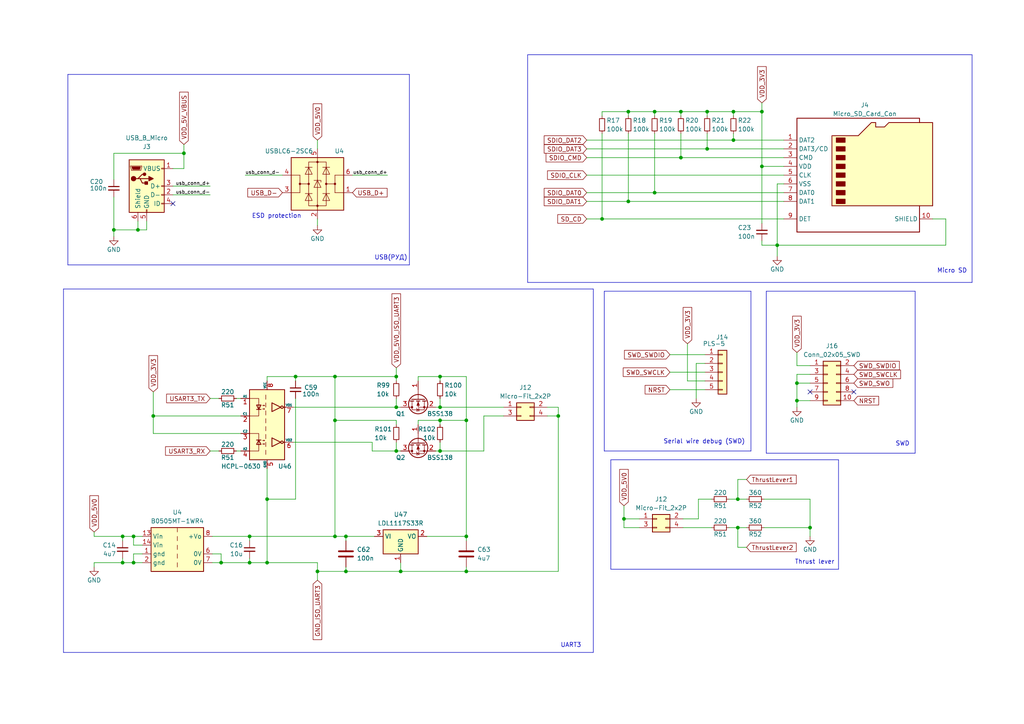
<source format=kicad_sch>
(kicad_sch (version 20230121) (generator eeschema)
  (paper "A4")
  (lib_symbols
    (symbol "Connector:Micro_SD_Card_Det1"
      (property "Reference" "J" (at -16.51 17.78 0))
      (property "Value" "Micro_SD_Card_Det1" (at 16.51 17.78 0))
      (symbol "Micro_SD_Card_Det1_1_1"
        (pin bidirectional line (at -22.86 10.16 0) (length 3.81) (name "DAT2") (number "1"))
        (pin passive line (at 20.32 -12.7 180) (length 3.81) (name "SHIELD") (number "10"))
        (pin bidirectional line (at -22.86 7.62 0) (length 3.81) (name "DAT3/CD") (number "2"))
        (pin input line (at -22.86 5.08 0) (length 3.81) (name "CMD") (number "3"))
        (pin power_in line (at -22.86 2.54 0) (length 3.81) (name "VDD") (number "4"))
        (pin input line (at -22.86 0 0) (length 3.81) (name "CLK") (number "5"))
        (pin power_in line (at -22.86 -2.54 0) (length 3.81) (name "VSS") (number "6"))
        (pin bidirectional line (at -22.86 -5.08 0) (length 3.81) (name "DAT0") (number "7"))
        (pin bidirectional line (at -22.86 -7.62 0) (length 3.81) (name "DAT1") (number "8"))
        (pin passive line (at -22.86 -12.7 0) (length 3.81) (name "DET") (number "9"))
      )
    )
    (symbol "Connector:USB_B_Micro" (pin_names (offset 1.016))
      (property "Reference" "J" (at -5.08 11.43 0))
      (property "Value" "USB_B_Micro" (at -5.08 8.89 0))
      (symbol "USB_B_Micro_1_1"
        (pin power_out line (at 7.62 5.08 180) (length 2.54) (name "VBUS") (number "1"))
        (pin bidirectional line (at 7.62 -2.54 180) (length 2.54) (name "D-") (number "2"))
        (pin bidirectional line (at 7.62 0 180) (length 2.54) (name "D+") (number "3"))
        (pin passive line (at 7.62 -5.08 180) (length 2.54) (name "ID") (number "4"))
        (pin power_out line (at 0 -10.16 90) (length 2.54) (name "GND") (number "5"))
        (pin passive line (at -2.54 -10.16 90) (length 2.54) (name "Shield") (number "6"))
      )
    )
    (symbol "Connector_Generic:Conn_01x05" (pin_names (offset 1.016) hide)
      (property "Reference" "J" (at 0 7.62 0))
      (property "Value" "Conn_01x05" (at 0 -7.62 0))
      (symbol "Conn_01x05_1_1"
        (pin passive line (at -5.08 5.08 0) (length 3.81) (name "Pin_1") (number "1"))
        (pin passive line (at -5.08 2.54 0) (length 3.81) (name "Pin_2") (number "2"))
        (pin passive line (at -5.08 0 0) (length 3.81) (name "Pin_3") (number "3"))
        (pin passive line (at -5.08 -2.54 0) (length 3.81) (name "Pin_4") (number "4"))
        (pin passive line (at -5.08 -5.08 0) (length 3.81) (name "Pin_5") (number "5"))
      )
    )
    (symbol "Connector_Generic:Conn_02x02_Odd_Even" (pin_names (offset 1.016) hide)
      (property "Reference" "J" (at 1.27 2.54 0))
      (property "Value" "Conn_02x02_Odd_Even" (at 1.27 -5.08 0))
      (symbol "Conn_02x02_Odd_Even_1_1"
        (pin passive line (at -5.08 0 0) (length 3.81) (name "Pin_1") (number "1"))
        (pin passive line (at 7.62 0 180) (length 3.81) (name "Pin_2") (number "2"))
        (pin passive line (at -5.08 -2.54 0) (length 3.81) (name "Pin_3") (number "3"))
        (pin passive line (at 7.62 -2.54 180) (length 3.81) (name "Pin_4") (number "4"))
      )
    )
    (symbol "Connector_Generic:Conn_02x05_Odd_Even" (pin_names (offset 1.016) hide)
      (property "Reference" "J" (at 1.27 7.62 0))
      (property "Value" "Conn_02x05_Odd_Even" (at 1.27 -7.62 0))
      (symbol "Conn_02x05_Odd_Even_1_1"
        (pin passive line (at -5.08 5.08 0) (length 3.81) (name "Pin_1") (number "1"))
        (pin passive line (at 7.62 -5.08 180) (length 3.81) (name "Pin_10") (number "10"))
        (pin passive line (at 7.62 5.08 180) (length 3.81) (name "Pin_2") (number "2"))
        (pin passive line (at -5.08 2.54 0) (length 3.81) (name "Pin_3") (number "3"))
        (pin passive line (at 7.62 2.54 180) (length 3.81) (name "Pin_4") (number "4"))
        (pin passive line (at -5.08 0 0) (length 3.81) (name "Pin_5") (number "5"))
        (pin passive line (at 7.62 0 180) (length 3.81) (name "Pin_6") (number "6"))
        (pin passive line (at -5.08 -2.54 0) (length 3.81) (name "Pin_7") (number "7"))
        (pin passive line (at 7.62 -2.54 180) (length 3.81) (name "Pin_8") (number "8"))
        (pin passive line (at -5.08 -5.08 0) (length 3.81) (name "Pin_9") (number "9"))
      )
    )
    (symbol "Device:C" (pin_numbers hide) (pin_names (offset 0.254))
      (property "Reference" "C" (at 0.635 2.54 0))
      (property "Value" "C" (at 0.635 -2.54 0))
      (symbol "C_1_1"
        (pin passive line (at 0 3.81 270) (length 2.794) (name "~") (number "1"))
        (pin passive line (at 0 -3.81 90) (length 2.794) (name "~") (number "2"))
      )
    )
    (symbol "Device:C_Small" (pin_numbers hide) (pin_names (offset 0.254) hide)
      (property "Reference" "C" (at 0.254 1.778 0))
      (property "Value" "C_Small" (at 0.254 -2.032 0))
      (symbol "C_Small_1_1"
        (pin passive line (at 0 2.54 270) (length 2.032) (name "~") (number "1"))
        (pin passive line (at 0 -2.54 90) (length 2.032) (name "~") (number "2"))
      )
    )
    (symbol "Device:R_Small" (pin_numbers hide) (pin_names (offset 0.254) hide)
      (property "Reference" "R" (at 0.762 0.508 0))
      (property "Value" "R_Small" (at 0.762 -1.016 0))
      (symbol "R_Small_1_1"
        (pin passive line (at 0 2.54 270) (length 0.762) (name "~") (number "1"))
        (pin passive line (at 0 -2.54 90) (length 0.762) (name "~") (number "2"))
      )
    )
    (symbol "ISO1050DUB_1"
      (property "Reference" "U4" (at 0 9.525 0))
      (property "Value" "ISO1050DUB" (at 0 6.985 0))
      (symbol "ISO1050DUB_1_1_1"
        (pin input line (at -10.16 -2.54 0) (length 2.54) (name "gnd") (number "1"))
        (pin power_in line (at -10.16 2.54 0) (length 2.54) (name "Vin") (number "13"))
        (pin output line (at -10.16 0 0) (length 2.54) (name "Vin") (number "14"))
        (pin power_in line (at -10.16 -5.08 0) (length 2.54) (name "gnd") (number "2"))
        (pin power_in line (at 10.16 -2.54 180) (length 2.54) (name "0V") (number "6"))
        (pin power_in line (at 10.16 -5.08 180) (length 2.54) (name "0V") (number "7"))
        (pin bidirectional line (at 10.16 2.54 180) (length 2.54) (name "+Vo") (number "8"))
      )
    )
    (symbol "Isolator:HCPL-0630" (pin_names (offset 0))
      (property "Reference" "U" (at -4.064 11.43 0))
      (property "Value" "HCPL-0630" (at 7.874 11.43 0))
      (symbol "HCPL-0630_1_1"
        (pin passive line (at -7.62 7.62 0) (length 2.54) (name "A1") (number "1"))
        (pin passive line (at -7.62 2.54 0) (length 2.54) (name "C1") (number "2"))
        (pin passive line (at -7.62 -2.54 0) (length 2.54) (name "C2") (number "3"))
        (pin passive line (at -7.62 -7.62 0) (length 2.54) (name "A2") (number "4"))
        (pin power_in line (at 0 -12.7 90) (length 2.54) (name "GND") (number "5"))
        (pin open_collector line (at 7.62 -5.08 180) (length 2.54) (name "VO2") (number "6"))
        (pin open_collector line (at 7.62 5.08 180) (length 2.54) (name "VO1") (number "7"))
        (pin power_in line (at 0 12.7 270) (length 2.54) (name "VCC") (number "8"))
      )
    )
    (symbol "Power_Protection:USBLC6-2SC6" (pin_names hide)
      (property "Reference" "U" (at 2.54 8.89 0))
      (property "Value" "USBLC6-2SC6" (at 2.54 -8.89 0))
      (symbol "USBLC6-2SC6_1_1"
        (pin passive line (at -10.16 -2.54 0) (length 2.54) (name "I/O1") (number "1"))
        (pin passive line (at 0 -10.16 90) (length 2.54) (name "GND") (number "2"))
        (pin passive line (at 10.16 -2.54 180) (length 2.54) (name "I/O2") (number "3"))
        (pin passive line (at 10.16 2.54 180) (length 2.54) (name "I/O2") (number "4"))
        (pin passive line (at 0 10.16 270) (length 2.54) (name "VBUS") (number "5"))
        (pin passive line (at -10.16 2.54 0) (length 2.54) (name "I/O1") (number "6"))
      )
    )
    (symbol "Regulator_Linear:LD1117S33TR_SOT223"
      (property "Reference" "U" (at -3.81 3.175 0))
      (property "Value" "LD1117S33TR_SOT223" (at 0 3.175 0))
      (symbol "LD1117S33TR_SOT223_1_1"
        (pin power_in line (at 0 -7.62 90) (length 2.54) (name "GND") (number "1"))
        (pin power_out line (at 7.62 0 180) (length 2.54) (name "VO") (number "2"))
        (pin power_in line (at -7.62 0 0) (length 2.54) (name "VI") (number "3"))
      )
    )
    (symbol "Transistor_FET:BSS138" (pin_names hide)
      (property "Reference" "Q" (at 5.08 1.905 0))
      (property "Value" "BSS138" (at 5.08 0 0))
      (symbol "BSS138_1_1"
        (pin input line (at -5.08 0 0) (length 2.54) (name "G") (number "1"))
        (pin passive line (at 2.54 -5.08 90) (length 2.54) (name "S") (number "2"))
        (pin passive line (at 2.54 5.08 270) (length 2.54) (name "D") (number "3"))
      )
    )
    (symbol "power:GND" (power) (pin_names (offset 0))
      (property "Value" "GND" (at 0 -3.81 0))
      (symbol "GND_1_1"
        (pin power_in line (at 0 0 270) (length 0) hide (name "GND") (number "1"))
      )
    )
  )
  (junction (at 135.255 165.735))
  (junction (at 53.34 44.45))
  (junction (at 205.105 43.18))
  (junction (at 220.98 48.26))
  (junction (at 92.075 165.735))
  (junction (at 212.725 32.385))
  (junction (at 35.56 163.195))
  (junction (at 38.735 155.575))
  (junction (at 127.635 121.92))
  (junction (at 114.935 109.22))
  (junction (at 225.425 71.12))
  (junction (at 197.485 32.385))
  (junction (at 174.625 63.5))
  (junction (at 189.865 32.385))
  (junction (at 116.205 165.735))
  (junction (at 97.155 155.575))
  (junction (at 180.975 150.495))
  (junction (at 100.33 155.575))
  (junction (at 127.635 118.11))
  (junction (at 231.14 111.125))
  (junction (at 234.95 153.035))
  (junction (at 135.255 121.92))
  (junction (at 100.33 165.735))
  (junction (at 182.245 58.42))
  (junction (at 213.995 144.78))
  (junction (at 97.155 109.22))
  (junction (at 189.865 55.88))
  (junction (at 127.635 130.81))
  (junction (at 40.005 66.675))
  (junction (at 72.39 155.575))
  (junction (at 231.14 116.205))
  (junction (at 77.47 144.78))
  (junction (at 213.995 153.035))
  (junction (at 205.105 32.385))
  (junction (at 38.735 163.195))
  (junction (at 64.135 163.195))
  (junction (at 135.255 155.575))
  (junction (at 44.45 120.65))
  (junction (at 72.39 163.195))
  (junction (at 35.56 155.575))
  (junction (at 114.935 130.81))
  (junction (at 212.725 40.64))
  (junction (at 182.245 32.385))
  (junction (at 85.725 109.22))
  (junction (at 33.02 66.675))
  (junction (at 114.935 118.11))
  (junction (at 97.155 121.92))
  (junction (at 161.925 120.65))
  (junction (at 127.635 109.22))
  (junction (at 197.485 45.72))
  (junction (at 77.47 163.195))
  (junction (at 220.98 32.385))
  (no_connect (at 234.95 113.665))
  (no_connect (at 50.165 59.055))
  (no_connect (at 247.65 113.665))
  (wire (pts (xy 69.85 125.73) (xy 44.45 125.73)))
  (wire (pts (xy 189.865 55.88) (xy 227.33 55.88)))
  (polyline (pts (xy 243.205 165.1) (xy 177.165 165.1)))
  (polyline (pts (xy 222.25 84.455) (xy 222.25 131.445)))
  (polyline (pts (xy 222.25 84.455) (xy 265.43 84.455)))
  (wire (pts (xy 92.075 40.64) (xy 92.075 43.18)))
  (wire (pts (xy 199.39 99.695) (xy 199.39 110.49)))
  (wire (pts (xy 231.14 102.235) (xy 231.14 106.045)))
  (wire (pts (xy 174.625 63.5) (xy 227.33 63.5)))
  (wire (pts (xy 234.95 153.035) (xy 234.95 155.575)))
  (wire (pts (xy 212.725 38.735) (xy 212.725 40.64)))
  (wire (pts (xy 225.425 71.12) (xy 274.32 71.12)))
  (wire (pts (xy 53.34 41.91) (xy 53.34 44.45)))
  (wire (pts (xy 220.98 29.845) (xy 220.98 32.385)))
  (wire (pts (xy 182.245 32.385) (xy 182.245 33.655)))
  (wire (pts (xy 53.34 48.895) (xy 53.34 44.45)))
  (wire (pts (xy 77.47 163.195) (xy 77.47 144.78)))
  (wire (pts (xy 97.155 109.22) (xy 114.935 109.22)))
  (wire (pts (xy 189.865 32.385) (xy 182.245 32.385)))
  (wire (pts (xy 50.165 48.895) (xy 53.34 48.895)))
  (wire (pts (xy 81.915 50.8) (xy 71.12 50.8)))
  (wire (pts (xy 85.725 115.57) (xy 85.725 144.78)))
  (wire (pts (xy 35.56 155.575) (xy 35.56 156.845)))
  (polyline (pts (xy 175.26 130.81) (xy 217.805 130.81)))
  (wire (pts (xy 213.995 158.75) (xy 216.535 158.75)))
  (wire (pts (xy 41.275 160.655) (xy 38.735 160.655)))
  (wire (pts (xy 33.02 66.675) (xy 40.005 66.675)))
  (wire (pts (xy 112.395 50.8) (xy 102.235 50.8)))
  (wire (pts (xy 225.425 71.12) (xy 225.425 74.295)))
  (wire (pts (xy 116.205 165.735) (xy 116.205 163.195)))
  (wire (pts (xy 33.02 66.675) (xy 33.02 68.58)))
  (wire (pts (xy 197.485 38.735) (xy 197.485 45.72)))
  (wire (pts (xy 197.485 32.385) (xy 197.485 33.655)))
  (wire (pts (xy 44.45 125.73) (xy 44.45 120.65)))
  (wire (pts (xy 170.18 40.64) (xy 212.725 40.64)))
  (wire (pts (xy 213.995 144.78) (xy 213.995 139.065)))
  (wire (pts (xy 231.14 116.205) (xy 234.95 116.205)))
  (wire (pts (xy 231.14 111.125) (xy 234.95 111.125)))
  (wire (pts (xy 205.105 38.735) (xy 205.105 43.18)))
  (wire (pts (xy 231.14 111.125) (xy 231.14 116.205)))
  (wire (pts (xy 68.58 130.81) (xy 69.85 130.81)))
  (wire (pts (xy 97.155 155.575) (xy 97.155 121.92)))
  (wire (pts (xy 202.565 144.78) (xy 202.565 150.495)))
  (wire (pts (xy 114.935 130.81) (xy 114.935 128.27)))
  (wire (pts (xy 220.98 32.385) (xy 220.98 48.26)))
  (wire (pts (xy 40.005 64.135) (xy 40.005 66.675)))
  (wire (pts (xy 41.275 158.115) (xy 38.735 158.115)))
  (polyline (pts (xy 18.415 189.23) (xy 172.085 189.23)))
  (wire (pts (xy 33.02 44.45) (xy 33.02 52.07)))
  (polyline (pts (xy 153.035 15.875) (xy 153.035 81.915)))
  (wire (pts (xy 64.135 160.655) (xy 64.135 163.195)))
  (wire (pts (xy 114.935 118.11) (xy 114.935 115.57)))
  (wire (pts (xy 197.485 45.72) (xy 227.33 45.72)))
  (polyline (pts (xy 265.43 84.455) (xy 265.43 131.445)))
  (polyline (pts (xy 18.415 189.23) (xy 18.415 83.82)))
  (wire (pts (xy 135.255 109.22) (xy 135.255 121.92)))
  (wire (pts (xy 194.31 113.03) (xy 204.47 113.03)))
  (polyline (pts (xy 118.745 21.59) (xy 118.745 76.835)))
  (wire (pts (xy 170.18 45.72) (xy 197.485 45.72)))
  (wire (pts (xy 221.615 144.78) (xy 234.95 144.78)))
  (wire (pts (xy 72.39 161.925) (xy 72.39 163.195)))
  (wire (pts (xy 85.725 144.78) (xy 77.47 144.78)))
  (wire (pts (xy 135.255 121.92) (xy 135.255 155.575)))
  (wire (pts (xy 127.635 118.11) (xy 146.05 118.11)))
  (wire (pts (xy 182.245 32.385) (xy 174.625 32.385)))
  (wire (pts (xy 225.425 71.12) (xy 220.98 71.12)))
  (polyline (pts (xy 265.43 131.445) (xy 222.25 131.445)))
  (wire (pts (xy 127.635 109.22) (xy 135.255 109.22)))
  (wire (pts (xy 121.285 109.22) (xy 127.635 109.22)))
  (wire (pts (xy 274.32 71.12) (xy 274.32 63.5)))
  (wire (pts (xy 72.39 155.575) (xy 61.595 155.575)))
  (wire (pts (xy 234.95 108.585) (xy 231.14 108.585)))
  (wire (pts (xy 220.98 32.385) (xy 212.725 32.385)))
  (wire (pts (xy 170.18 58.42) (xy 182.245 58.42)))
  (wire (pts (xy 180.975 153.035) (xy 185.42 153.035)))
  (wire (pts (xy 202.565 144.78) (xy 206.375 144.78)))
  (wire (pts (xy 199.39 110.49) (xy 204.47 110.49)))
  (wire (pts (xy 170.18 63.5) (xy 174.625 63.5)))
  (wire (pts (xy 35.56 155.575) (xy 27.305 155.575)))
  (wire (pts (xy 140.335 120.65) (xy 140.335 130.81)))
  (wire (pts (xy 100.33 165.735) (xy 116.205 165.735)))
  (wire (pts (xy 38.735 158.115) (xy 38.735 155.575)))
  (wire (pts (xy 180.975 146.685) (xy 180.975 150.495)))
  (wire (pts (xy 231.14 106.045) (xy 234.95 106.045)))
  (wire (pts (xy 114.935 110.49) (xy 114.935 109.22)))
  (wire (pts (xy 27.305 163.195) (xy 27.305 164.465)))
  (wire (pts (xy 221.615 153.035) (xy 234.95 153.035)))
  (polyline (pts (xy 281.94 15.875) (xy 153.035 15.875)))
  (wire (pts (xy 40.005 66.675) (xy 42.545 66.675)))
  (wire (pts (xy 97.155 155.575) (xy 100.33 155.575)))
  (wire (pts (xy 27.305 154.305) (xy 27.305 155.575)))
  (wire (pts (xy 170.18 43.18) (xy 205.105 43.18)))
  (wire (pts (xy 127.635 118.11) (xy 127.635 115.57)))
  (wire (pts (xy 85.09 128.27) (xy 107.95 128.27)))
  (wire (pts (xy 121.285 123.19) (xy 121.285 121.92)))
  (wire (pts (xy 92.075 165.735) (xy 100.33 165.735)))
  (wire (pts (xy 69.85 120.65) (xy 44.45 120.65)))
  (wire (pts (xy 170.18 55.88) (xy 189.865 55.88)))
  (wire (pts (xy 77.47 144.78) (xy 77.47 135.89)))
  (wire (pts (xy 225.425 53.34) (xy 225.425 71.12)))
  (polyline (pts (xy 19.685 76.835) (xy 118.745 76.835)))
  (wire (pts (xy 116.205 118.11) (xy 114.935 118.11)))
  (wire (pts (xy 158.75 120.65) (xy 161.925 120.65)))
  (wire (pts (xy 174.625 32.385) (xy 174.625 33.655)))
  (wire (pts (xy 38.735 160.655) (xy 38.735 163.195)))
  (wire (pts (xy 204.47 105.41) (xy 201.93 105.41)))
  (wire (pts (xy 100.33 155.575) (xy 108.585 155.575)))
  (wire (pts (xy 44.45 113.665) (xy 44.45 120.65)))
  (polyline (pts (xy 243.205 133.35) (xy 243.205 165.1)))
  (polyline (pts (xy 175.26 130.81) (xy 175.26 84.455)))
  (wire (pts (xy 135.255 164.465) (xy 135.255 165.735)))
  (polyline (pts (xy 153.035 81.915) (xy 281.94 81.915)))
  (wire (pts (xy 127.635 109.22) (xy 127.635 110.49)))
  (wire (pts (xy 161.925 165.735) (xy 135.255 165.735)))
  (wire (pts (xy 77.47 110.49) (xy 77.47 109.22)))
  (wire (pts (xy 227.33 48.26) (xy 220.98 48.26)))
  (wire (pts (xy 85.09 118.11) (xy 114.935 118.11)))
  (wire (pts (xy 158.75 118.11) (xy 161.925 118.11)))
  (polyline (pts (xy 19.685 21.59) (xy 118.745 21.59)))
  (wire (pts (xy 205.105 43.18) (xy 227.33 43.18)))
  (wire (pts (xy 180.975 150.495) (xy 185.42 150.495)))
  (wire (pts (xy 72.39 163.195) (xy 64.135 163.195)))
  (wire (pts (xy 135.255 155.575) (xy 135.255 156.845)))
  (wire (pts (xy 85.725 109.22) (xy 85.725 110.49)))
  (wire (pts (xy 213.995 153.035) (xy 213.995 158.75)))
  (wire (pts (xy 180.975 150.495) (xy 180.975 153.035)))
  (wire (pts (xy 50.165 53.975) (xy 60.96 53.975)))
  (wire (pts (xy 116.205 165.735) (xy 135.255 165.735)))
  (wire (pts (xy 77.47 163.195) (xy 92.075 163.195)))
  (wire (pts (xy 189.865 32.385) (xy 189.865 33.655)))
  (polyline (pts (xy 177.165 133.35) (xy 177.165 165.1)))
  (wire (pts (xy 72.39 155.575) (xy 97.155 155.575)))
  (wire (pts (xy 100.33 155.575) (xy 100.33 156.845)))
  (wire (pts (xy 213.995 153.035) (xy 216.535 153.035)))
  (wire (pts (xy 107.95 130.81) (xy 114.935 130.81)))
  (wire (pts (xy 121.285 121.92) (xy 127.635 121.92)))
  (wire (pts (xy 231.14 116.205) (xy 231.14 118.11)))
  (wire (pts (xy 127.635 121.92) (xy 127.635 123.19)))
  (wire (pts (xy 182.245 38.735) (xy 182.245 58.42)))
  (wire (pts (xy 53.34 44.45) (xy 33.02 44.45)))
  (polyline (pts (xy 175.26 84.455) (xy 217.805 84.455)))
  (wire (pts (xy 225.425 53.34) (xy 227.33 53.34)))
  (wire (pts (xy 116.205 130.81) (xy 114.935 130.81)))
  (polyline (pts (xy 217.805 84.455) (xy 217.805 130.81)))
  (wire (pts (xy 92.075 163.195) (xy 92.075 165.735)))
  (wire (pts (xy 182.245 58.42) (xy 227.33 58.42)))
  (wire (pts (xy 212.725 32.385) (xy 205.105 32.385)))
  (wire (pts (xy 212.725 40.64) (xy 227.33 40.64)))
  (wire (pts (xy 92.075 63.5) (xy 92.075 65.405)))
  (wire (pts (xy 127.635 130.81) (xy 127.635 128.27)))
  (wire (pts (xy 174.625 38.735) (xy 174.625 63.5)))
  (wire (pts (xy 92.075 165.735) (xy 92.075 168.275)))
  (wire (pts (xy 50.165 56.515) (xy 60.96 56.515)))
  (wire (pts (xy 41.275 163.195) (xy 38.735 163.195)))
  (wire (pts (xy 64.135 163.195) (xy 61.595 163.195)))
  (wire (pts (xy 161.925 120.65) (xy 161.925 165.735)))
  (wire (pts (xy 127.635 121.92) (xy 135.255 121.92)))
  (wire (pts (xy 274.32 63.5) (xy 270.51 63.5)))
  (wire (pts (xy 121.285 110.49) (xy 121.285 109.22)))
  (wire (pts (xy 194.31 107.95) (xy 204.47 107.95)))
  (wire (pts (xy 231.14 108.585) (xy 231.14 111.125)))
  (wire (pts (xy 35.56 163.195) (xy 27.305 163.195)))
  (wire (pts (xy 42.545 64.135) (xy 42.545 66.675)))
  (polyline (pts (xy 281.94 81.915) (xy 281.94 15.875)))
  (wire (pts (xy 38.735 163.195) (xy 35.56 163.195)))
  (wire (pts (xy 72.39 163.195) (xy 77.47 163.195)))
  (polyline (pts (xy 18.415 83.82) (xy 172.085 83.82)))
  (wire (pts (xy 123.825 155.575) (xy 135.255 155.575)))
  (wire (pts (xy 234.95 144.78) (xy 234.95 153.035)))
  (wire (pts (xy 170.18 50.8) (xy 227.33 50.8)))
  (wire (pts (xy 201.93 105.41) (xy 201.93 115.57)))
  (wire (pts (xy 68.58 115.57) (xy 69.85 115.57)))
  (wire (pts (xy 126.365 118.11) (xy 127.635 118.11)))
  (wire (pts (xy 220.98 71.12) (xy 220.98 69.85)))
  (wire (pts (xy 33.02 57.15) (xy 33.02 66.675)))
  (wire (pts (xy 194.31 102.87) (xy 204.47 102.87)))
  (wire (pts (xy 85.725 109.22) (xy 97.155 109.22)))
  (wire (pts (xy 127.635 130.81) (xy 140.335 130.81)))
  (wire (pts (xy 60.96 115.57) (xy 63.5 115.57)))
  (wire (pts (xy 146.05 120.65) (xy 140.335 120.65)))
  (wire (pts (xy 197.485 32.385) (xy 189.865 32.385)))
  (wire (pts (xy 35.56 161.925) (xy 35.56 163.195)))
  (wire (pts (xy 213.995 139.065) (xy 216.535 139.065)))
  (wire (pts (xy 60.96 130.81) (xy 63.5 130.81)))
  (wire (pts (xy 189.865 38.735) (xy 189.865 55.88)))
  (wire (pts (xy 211.455 153.035) (xy 213.995 153.035)))
  (wire (pts (xy 205.105 32.385) (xy 205.105 33.655)))
  (wire (pts (xy 114.935 123.19) (xy 114.935 121.92)))
  (wire (pts (xy 38.735 155.575) (xy 35.56 155.575)))
  (wire (pts (xy 61.595 160.655) (xy 64.135 160.655)))
  (wire (pts (xy 211.455 144.78) (xy 213.995 144.78)))
  (wire (pts (xy 220.98 48.26) (xy 220.98 64.77)))
  (wire (pts (xy 212.725 32.385) (xy 212.725 33.655)))
  (wire (pts (xy 97.155 121.92) (xy 114.935 121.92)))
  (polyline (pts (xy 19.685 76.835) (xy 19.685 21.59)))
  (wire (pts (xy 107.95 128.27) (xy 107.95 130.81)))
  (wire (pts (xy 202.565 150.495) (xy 198.12 150.495)))
  (polyline (pts (xy 177.165 133.35) (xy 243.205 133.35)))
  (wire (pts (xy 72.39 155.575) (xy 72.39 156.845)))
  (polyline (pts (xy 172.085 83.82) (xy 172.085 189.23)))
  (wire (pts (xy 77.47 109.22) (xy 85.725 109.22)))
  (wire (pts (xy 114.935 106.68) (xy 114.935 109.22)))
  (wire (pts (xy 126.365 130.81) (xy 127.635 130.81)))
  (wire (pts (xy 97.155 109.22) (xy 97.155 121.92)))
  (wire (pts (xy 213.995 144.78) (xy 216.535 144.78)))
  (wire (pts (xy 205.105 32.385) (xy 197.485 32.385)))
  (wire (pts (xy 100.33 164.465) (xy 100.33 165.735)))
  (wire (pts (xy 198.12 153.035) (xy 206.375 153.035)))
  (wire (pts (xy 41.275 155.575) (xy 38.735 155.575)))
  (wire (pts (xy 161.925 118.11) (xy 161.925 120.65)))
  (text "ESD protection" (at 73.025 63.5 0) (effects (font (size 1.27 1.27)) (justify left bottom)))
  (text "Micro SD" (at 271.78 79.375 0) (effects (font (size 1.27 1.27)) (justify left bottom)))
  (text "USB(РУД)" (at 108.585 75.565 0) (effects (font (size 1.27 1.27)) (justify left bottom)))
  (text "Thrust lever" (at 230.505 163.83 0) (effects (font (size 1.27 1.27)) (justify left bottom)))
  (text "UART3" (at 162.56 187.96 0) (effects (font (size 1.27 1.27)) (justify left bottom)))
  (text "SWD" (at 259.715 129.54 0) (effects (font (size 1.27 1.27)) (justify left bottom)))
  (text "Serial wire debug (SWD)" (at 192.405 128.905 0) (effects (font (size 1.27 1.27)) (justify left bottom)))
  (label "usb_conn_d-" (at 71.12 50.8 0) (effects (font (size 1 1))))
  (label "usb_conn_d+" (at 60.96 53.975 180) (effects (font (size 1 1))))
  (label "usb_conn_d-" (at 60.96 56.515 180) (effects (font (size 1 1))))
  (label "usb_conn_d+" (at 112.395 50.8 180) (effects (font (size 1 1))))
  (global_label "SWD_SWO" (shape input) (at 247.65 111.125 0) (property "Intersheetrefs" "${INTERSHEET_REFS}" (effects hide)))
  (global_label "SDIO_CLK" (shape input) (at 170.18 50.8 180) (property "Intersheetrefs" "${INTERSHEET_REFS}" (effects hide)))
  (global_label "SWD_SWCLK" (shape input) (at 247.65 108.585 0) (property "Intersheetrefs" "${INTERSHEET_REFS}" (effects hide)))
  (global_label "ThrustLever2" (shape input) (at 216.535 158.75 0) (property "Intersheetrefs" "${INTERSHEET_REFS}" (effects hide)))
  (global_label "GND_ISO_UART3" (shape input) (at 92.075 168.275 270) (property "Intersheetrefs" "${INTERSHEET_REFS}" (effects hide)))
  (global_label "USART3_RX" (shape input) (at 60.96 130.81 180) (property "Intersheetrefs" "${INTERSHEET_REFS}" (effects hide)))
  (global_label "VDD_5V0" (shape input) (at 27.305 154.305 90) (property "Intersheetrefs" "${INTERSHEET_REFS}" (effects hide)))
  (global_label "SDIO_CMD" (shape input) (at 170.18 45.72 180) (property "Intersheetrefs" "${INTERSHEET_REFS}" (effects hide)))
  (global_label "VDD_3V3" (shape input) (at 44.45 113.665 90) (property "Intersheetrefs" "${INTERSHEET_REFS}" (effects hide)))
  (global_label "SDIO_DAT2" (shape input) (at 170.18 40.64 180) (property "Intersheetrefs" "${INTERSHEET_REFS}" (effects hide)))
  (global_label "SDIO_DAT1" (shape input) (at 170.18 58.42 180) (property "Intersheetrefs" "${INTERSHEET_REFS}" (effects hide)))
  (global_label "SWD_SWCLK" (shape input) (at 194.31 107.95 180) (property "Intersheetrefs" "${INTERSHEET_REFS}" (effects hide)))
  (global_label "VDD_3V3" (shape input) (at 220.98 29.845 90) (property "Intersheetrefs" "${INTERSHEET_REFS}" (effects hide)))
  (global_label "NRST" (shape input) (at 247.65 116.205 0) (property "Intersheetrefs" "${INTERSHEET_REFS}" (effects hide)))
  (global_label "SD_CD" (shape input) (at 170.18 63.5 180) (property "Intersheetrefs" "${INTERSHEET_REFS}" (effects hide)))
  (global_label "VDD_3V3" (shape input) (at 231.14 102.235 90) (property "Intersheetrefs" "${INTERSHEET_REFS}" (effects hide)))
  (global_label "VDD_5V0_ISO_UART3" (shape input) (at 114.935 106.68 90) (property "Intersheetrefs" "${INTERSHEET_REFS}" (effects hide)))
  (global_label "USART3_TX" (shape input) (at 60.96 115.57 180) (property "Intersheetrefs" "${INTERSHEET_REFS}" (effects hide)))
  (global_label "SWD_SWDIO" (shape input) (at 247.65 106.045 0) (property "Intersheetrefs" "${INTERSHEET_REFS}" (effects hide)))
  (global_label "NRST" (shape input) (at 194.31 113.03 180) (property "Intersheetrefs" "${INTERSHEET_REFS}" (effects hide)))
  (global_label "USB_D-" (shape input) (at 81.915 55.88 180) (property "Intersheetrefs" "${INTERSHEET_REFS}" (effects hide)))
  (global_label "ThrustLever1" (shape input) (at 216.535 139.065 0) (property "Intersheetrefs" "${INTERSHEET_REFS}" (effects hide)))
  (global_label "SDIO_DAT3" (shape input) (at 170.18 43.18 180) (property "Intersheetrefs" "${INTERSHEET_REFS}" (effects hide)))
  (global_label "VDD_5V0" (shape input) (at 180.975 146.685 90) (property "Intersheetrefs" "${INTERSHEET_REFS}" (effects hide)))
  (global_label "SWD_SWDIO" (shape input) (at 194.31 102.87 180) (property "Intersheetrefs" "${INTERSHEET_REFS}" (effects hide)))
  (global_label "VDD_5V0" (shape input) (at 92.075 40.64 90) (property "Intersheetrefs" "${INTERSHEET_REFS}" (effects hide)))
  (global_label "SDIO_DAT0" (shape input) (at 170.18 55.88 180) (property "Intersheetrefs" "${INTERSHEET_REFS}" (effects hide)))
  (global_label "VDD_5V_VBUS" (shape input) (at 53.34 41.91 90) (property "Intersheetrefs" "${INTERSHEET_REFS}" (effects hide)))
  (global_label "USB_D+" (shape input) (at 102.235 55.88 0) (property "Intersheetrefs" "${INTERSHEET_REFS}" (effects hide)))
  (global_label "VDD_3V3" (shape input) (at 199.39 99.695 90) (property "Intersheetrefs" "${INTERSHEET_REFS}" (effects hide)))
  (symbol (lib_id "Device:C") (at 100.33 160.655 0) (unit 1)
    (property "Reference" "C62" (at 103.505 159.385 0) (effects (justify left)))
    (property "Value" "100n" (at 103.505 161.925 0) (effects (justify left)))
    (property "Footprint" "Capacitor_SMD:C_0805_2012Metric" (effects hide))
    (property "Ссылка" "https://www.chipdip.ru/product/grm21br71h104k" (effects hide))
    (property "Цена" "13" (effects hide))
    (property "Человекопонятное название" "Конденсатор 100нФ" (effects hide))
    (instances (project "impeller" (path "" (reference "C62") (unit 1)) (path "" (reference "C60") (unit 1))))
  )
  (symbol (lib_id "Device:R_Small") (at 66.04 130.81 90) (unit 1)
    (property "Reference" "R51" (at 66.04 132.715 90))
    (property "Value" "220" (at 66.04 128.905 90))
    (property "Footprint" "Resistor_SMD:R_0603_1608Metric" (effects hide))
    (property "Ссылка" "https://www.chipdip.ru/product/0.1w-0603-220-om-1" (effects hide))
    (property "Цена" "5" (effects hide))
    (property "Человекопонятное название" "Резистор 220 Ом" (effects hide))
    (instances (project "impeller" (path "" (reference "R51") (unit 1)) (path "" (reference "R98") (unit 1)) (path "" (reference "R96") (unit 1))))
  )
  (symbol (lib_id "Device:R_Small") (at 219.075 144.78 270) (unit 1)
    (property "Reference" "R52" (at 219.075 146.685 90))
    (property "Value" "360" (at 219.075 142.875 90))
    (property "Footprint" "Resistor_SMD:R_0603_1608Metric" (effects hide))
    (property "Ссылка" "https://www.chipdip.ru/product/0.1w-0603-360-om-1" (effects hide))
    (property "Цена" "5" (effects hide))
    (property "Человекопонятное название" "Резистор 360 Ом" (effects hide))
    (instances (project "impeller" (path "" (reference "R52") (unit 1)) (path "" (reference "R108") (unit 1))))
  )
  (symbol (lib_id "power:GND") (at 92.075 65.405 0) (unit 1)
    (property "Reference" "#PWR013" (effects hide))
    (property "Value" "GND" (at 92.075 69.215 0))
    (instances (project "impeller" (path "" (reference "#PWR013") (unit 1))) (project "impeller" (path "" (reference "#PWR018") (unit 1))) (project "connections" (path "" (reference "#PWR018") (unit 1))) (project "1.3" (path "" (reference "#PWR018") (unit 1))) (project "2.0" (path "" (reference "#PWR015") (unit 1))) (project "impeller" (path "" (reference "#PWR036") (unit 1))))
  )
  (symbol (lib_id "Isolator:HCPL-0630") (at 77.47 123.19 0) (unit 1)
    (property "Reference" "U46" (at 80.645 135.255 0) (effects (justify left)))
    (property "Value" "HCPL-0630" (at 64.135 135.255 0) (effects (justify left)))
    (property "Footprint" "Package_SO:SOIC-8_3.9x4.9mm_P1.27mm" (effects hide))
    (property "Datasheet" "https://docs.broadcom.com/docs/AV02-0940EN" (effects hide))
    (property "Человекопонятное название" "Оптопара двухканальная с логическими уровнями на выходе" (effects hide))
    (instances (project "impeller" (path "" (reference "U46") (unit 1)) (path "" (reference "U43") (unit 1))))
  )
  (symbol (lib_id "Device:R_Small") (at 197.485 36.195 0) (unit 1)
    (property "Reference" "R20" (at 198.755 34.925 0) (effects (justify left)))
    (property "Value" "100k" (at 198.755 37.465 0) (effects (justify left)))
    (property "Footprint" "Resistor_SMD:R_0603_1608Metric" (effects hide))
    (property "Ссылка" "https://www.chipdip.ru/product/0.1w-0603-100-kom-1" (effects hide))
    (property "Цена" "5" (effects hide))
    (property "Человекопонятное название" "Резистор 100k Ом" (effects hide))
    (instances (project "2.0" (path "" (reference "R20") (unit 1))) (project "impeller" (path "" (reference "R102") (unit 1))))
  )
  (symbol (lib_id "Device:C_Small") (at 72.39 159.385 0) (mirror y) (unit 1)
    (property "Reference" "C16" (at 70.485 158.115 0) (effects (justify left)))
    (property "Value" "10u" (at 70.485 160.655 0) (effects (justify left)))
    (property "Footprint" "Capacitor_SMD:C_0805_2012Metric" (effects hide))
    (property "Ссылка" "https://www.chipdip.ru/product/grm21br61e106ka73l" (effects hide))
    (property "Цена" "13" (effects hide))
    (property "Человекопонятное название" "Конденсатор 10мкФ" (effects hide))
    (instances (project "impeller" (path "" (reference "C16") (unit 1)) (path "" (reference "C12") (unit 1)) (path "" (reference "C26") (unit 1)) (path "" (reference "C54") (unit 1)) (path "" (reference "C59") (unit 1))))
  )
  (symbol (lib_id "power:GND") (at 201.93 115.57 0) (unit 1)
    (property "Reference" "#PWR08" (effects hide))
    (property "Value" "GND" (at 201.93 119.38 0))
    (instances (project "impeller" (path "" (reference "#PWR08") (unit 1))) (project "impeller" (path "" (reference "#PWR020") (unit 1))) (project "connections" (path "" (reference "#PWR027") (unit 1))) (project "2.0" (path "" (reference "#PWR027") (unit 1))) (project "impeller" (path "" (reference "#PWR035") (unit 1))))
  )
  (symbol (lib_id "Device:C") (at 135.255 160.655 0) (unit 1)
    (property "Reference" "C63" (at 138.43 159.385 0) (effects (justify left)))
    (property "Value" "4u7" (at 138.43 161.925 0) (effects (justify left)))
    (property "Footprint" "Capacitor_SMD:C_0805_2012Metric" (effects hide))
    (property "Ссылка" "https://www.chipdip.ru/product/grm21br61e475ka12l" (effects hide))
    (property "Цена" "13" (effects hide))
    (property "Человекопонятное название" "Конденсатор 4.7мкФ" (effects hide))
    (instances (project "impeller" (path "" (reference "C63") (unit 1)) (path "" (reference "C61") (unit 1))))
  )
  (symbol (lib_id "Device:R_Small") (at 212.725 36.195 0) (unit 1)
    (property "Reference" "R22" (at 213.995 34.925 0) (effects (justify left)))
    (property "Value" "100k" (at 213.995 37.465 0) (effects (justify left)))
    (property "Footprint" "Resistor_SMD:R_0603_1608Metric" (effects hide))
    (property "Ссылка" "https://www.chipdip.ru/product/0.1w-0603-100-kom-1" (effects hide))
    (property "Цена" "5" (effects hide))
    (property "Человекопонятное название" "Резистор 100k Ом" (effects hide))
    (instances (project "2.0" (path "" (reference "R22") (unit 1))) (project "impeller" (path "" (reference "R104") (unit 1))))
  )
  (symbol (lib_id "Connector_Generic:Conn_02x05_Odd_Even") (at 240.03 111.125 0) (unit 1)
    (property "Reference" "J16" (at 241.3 100.33 0))
    (property "Value" "Conn_02x05_SWD" (at 241.3 102.87 0))
    (property "Footprint" "Connector_PinHeader_1.27mm:PinHeader_2x05_P1.27mm_Vertical" (effects hide))
    (instances (project "2.0" (path "" (reference "J16") (unit 1))) (project "impeller" (path "" (reference "J2") (unit 1))))
  )
  (symbol (lib_id "Device:R_Small") (at 189.865 36.195 0) (unit 1)
    (property "Reference" "R19" (at 191.135 34.925 0) (effects (justify left)))
    (property "Value" "100k" (at 191.135 37.465 0) (effects (justify left)))
    (property "Footprint" "Resistor_SMD:R_0603_1608Metric" (effects hide))
    (property "Ссылка" "https://www.chipdip.ru/product/0.1w-0603-100-kom-1" (effects hide))
    (property "Цена" "5" (effects hide))
    (property "Человекопонятное название" "Резистор 100k Ом" (effects hide))
    (instances (project "2.0" (path "" (reference "R19") (unit 1))) (project "impeller" (path "" (reference "R101") (unit 1))))
  )
  (symbol (lib_id "Regulator_Linear:LD1117S33TR_SOT223") (at 116.205 155.575 0) (unit 1)
    (property "Reference" "U47" (at 116.205 149.225 0))
    (property "Value" "LDL1117S33R" (at 116.205 151.765 0))
    (property "Footprint" "Package_TO_SOT_SMD:SOT-223-3_TabPin2" (effects hide))
    (property "Datasheet" "http://www.st.com/st-web-ui/static/active/en/resource/technical/document/datasheet/CD00000544.pdf" (effects hide))
    (property "Ссылка" "https://www.chipdip.ru/product/ldl1117s33r-stm" (effects hide))
    (property "Цена" "33" (effects hide))
    (property "Человекопонятное название" "LDO-стабилизатор напряжения" (effects hide))
    (instances (project "impeller" (path "" (reference "U47") (unit 1)) (path "" (reference "U44") (unit 1))))
  )
  (symbol (lib_id "Device:R_Small") (at 127.635 125.73 0) (mirror y) (unit 1)
    (property "Reference" "R102" (at 126.365 124.46 0) (effects (justify left)))
    (property "Value" "10k" (at 126.365 127 0) (effects (justify left)))
    (property "Footprint" "Resistor_SMD:R_0805_2012Metric" (effects hide))
    (property "Ссылка" "https://www.chipdip.ru/product/0.125w-0805-10-kom-5" (effects hide))
    (property "Цена" "5" (effects hide))
    (property "Человекопонятное название" "Резистор 10k Ом" (effects hide))
    (instances (project "impeller" (path "" (reference "R102") (unit 1)) (path "" (reference "R95") (unit 1))))
  )
  (symbol (lib_id "power:GND") (at 27.305 164.465 0) (mirror y) (unit 1)
    (property "Reference" "#PWR02" (effects hide))
    (property "Value" "GND" (at 27.305 168.275 0))
    (instances (project "impeller" (path "" (reference "#PWR02") (unit 1)) (path "" (reference "#PWR06") (unit 1)) (path "" (reference "#PWR027") (unit 1)) (path "" (reference "#PWR036") (unit 1)) (path "" (reference "#PWR039") (unit 1))))
  )
  (symbol (lib_id "Connector_Generic:Conn_02x02_Odd_Even") (at 151.13 118.11 0) (unit 1)
    (property "Reference" "J12" (at 152.4 112.395 0))
    (property "Value" "Micro-Fit_2x2P" (at 152.4 114.935 0))
    (property "Footprint" "Connector_Molex:Molex_Micro-Fit_3.0_43045-0400_2x02_P3.00mm_Horizontal" (effects hide))
    (property "Ссылка" "https://www.chipdip.ru/product/sct3001wr-2x02p" (effects hide))
    (property "Цена" "26" (effects hide))
    (property "Человекопонятное название" "Разъем Micro-Fit 2x2 М" (effects hide))
    (instances (project "impeller" (path "" (reference "J12") (unit 1)) (path "" (reference "J16") (unit 1))))
  )
  (symbol (lib_id "Device:R_Small") (at 182.245 36.195 0) (unit 1)
    (property "Reference" "R18" (at 183.515 34.925 0) (effects (justify left)))
    (property "Value" "100k" (at 183.515 37.465 0) (effects (justify left)))
    (property "Footprint" "Resistor_SMD:R_0603_1608Metric" (effects hide))
    (property "Ссылка" "https://www.chipdip.ru/product/0.1w-0603-100-kom-1" (effects hide))
    (property "Цена" "5" (effects hide))
    (property "Человекопонятное название" "Резистор 100k Ом" (effects hide))
    (instances (project "2.0" (path "" (reference "R18") (unit 1))) (project "impeller" (path "" (reference "R100") (unit 1))))
  )
  (symbol (lib_id "Connector_Generic:Conn_02x02_Odd_Even") (at 190.5 150.495 0) (unit 1)
    (property "Reference" "J12" (at 191.77 144.78 0))
    (property "Value" "Micro-Fit_2x2P" (at 191.77 147.32 0))
    (property "Footprint" "Connector_Molex:Molex_Micro-Fit_3.0_43045-0400_2x02_P3.00mm_Horizontal" (effects hide))
    (property "Ссылка" "https://www.chipdip.ru/product/sct3001wr-2x02p" (effects hide))
    (property "Цена" "26" (effects hide))
    (property "Человекопонятное название" "Разъем Micro-Fit 2x2 М" (effects hide))
    (instances (project "impeller" (path "" (reference "J12") (unit 1)) (path "" (reference "J17") (unit 1))))
  )
  (symbol (lib_id "Connector:Micro_SD_Card_Det1") (at 250.19 50.8 0) (unit 1)
    (property "Reference" "J4" (at 250.825 30.48 0))
    (property "Value" "Micro_SD_Card_Con" (at 250.825 33.02 0))
    (property "Footprint" "sd:TF01A" (effects hide))
    (property "Datasheet" "https://datasheet.lcsc.com/lcsc/2110151630_XKB-Connectivity-XKTF-015-N_C381082.pdf" (effects hide))
  )
  (symbol (lib_id "Device:R_Small") (at 127.635 113.03 0) (unit 1)
    (property "Reference" "R100" (at 128.905 111.76 0) (effects (justify left)))
    (property "Value" "10k" (at 128.905 114.3 0) (effects (justify left)))
    (property "Footprint" "Resistor_SMD:R_0805_2012Metric" (effects hide))
    (property "Ссылка" "https://www.chipdip.ru/product/0.125w-0805-10-kom-5" (effects hide))
    (property "Цена" "5" (effects hide))
    (property "Человекопонятное название" "Резистор 10k Ом" (effects hide))
    (instances (project "impeller" (path "" (reference "R100") (unit 1)) (path "" (reference "R92") (unit 1))))
  )
  (symbol (lib_id "Connector:USB_B_Micro") (at 42.545 53.975 0) (unit 1)
    (property "Reference" "J3" (at 42.545 42.545 0))
    (property "Value" "USB_B_Micro" (at 42.545 40.005 0))
    (property "Footprint" "user_lib:U-F-M5DD-W-2-SUS" (effects hide))
  )
  (symbol (lib_id "Device:R_Small") (at 219.075 153.035 270) (unit 1)
    (property "Reference" "R52" (at 219.075 154.94 90))
    (property "Value" "360" (at 219.075 151.13 90))
    (property "Footprint" "Resistor_SMD:R_0603_1608Metric" (effects hide))
    (property "Ссылка" "https://www.chipdip.ru/product/0.1w-0603-360-om-1" (effects hide))
    (property "Цена" "5" (effects hide))
    (property "Человекопонятное название" "Резистор 360 Ом" (effects hide))
    (instances (project "impeller" (path "" (reference "R52") (unit 1)) (path "" (reference "R106") (unit 1))))
  )
  (symbol (lib_id "Device:R_Small") (at 66.04 115.57 90) (unit 1)
    (property "Reference" "R51" (at 66.04 117.475 90))
    (property "Value" "220" (at 66.04 113.665 90))
    (property "Footprint" "Resistor_SMD:R_0603_1608Metric" (effects hide))
    (property "Ссылка" "https://www.chipdip.ru/product/0.1w-0603-220-om-1" (effects hide))
    (property "Цена" "5" (effects hide))
    (property "Человекопонятное название" "Резистор 220 Ом" (effects hide))
    (instances (project "impeller" (path "" (reference "R51") (unit 1)) (path "" (reference "R97") (unit 1)) (path "" (reference "R93") (unit 1))))
  )
  (symbol (lib_id "Transistor_FET:BSS138") (at 121.285 128.27 90) (mirror x) (unit 1)
    (property "Reference" "Q2" (at 116.205 132.715 90))
    (property "Value" "BSS138" (at 127.635 132.715 90))
    (property "Footprint" "Package_TO_SOT_SMD:SOT-23" (effects hide))
    (property "Datasheet" "https://www.onsemi.com/pub/Collateral/BSS138-D.PDF" (effects hide))
    (property "Ссылка" "https://www.chipdip.ru/product/bss138-umw" (effects hide))
    (property "Цена" "3" (effects hide))
    (property "Человекопонятное название" "Транзистор полевой n типа" (effects hide))
    (instances (project "impeller" (path "" (reference "Q2") (unit 1)) (path "" (reference "Q12") (unit 1))))
  )
  (symbol (lib_id "Device:R_Small") (at 208.915 144.78 90) (unit 1)
    (property "Reference" "R51" (at 208.915 146.685 90))
    (property "Value" "220" (at 208.915 142.875 90))
    (property "Footprint" "Resistor_SMD:R_0603_1608Metric" (effects hide))
    (property "Ссылка" "https://www.chipdip.ru/product/0.1w-0603-220-om-1" (effects hide))
    (property "Цена" "5" (effects hide))
    (property "Человекопонятное название" "Резистор 220 Ом" (effects hide))
    (instances (project "impeller" (path "" (reference "R51") (unit 1)) (path "" (reference "R97") (unit 1)) (path "" (reference "R107") (unit 1))))
  )
  (symbol (lib_id "power:GND") (at 225.425 74.295 0) (unit 1)
    (property "Reference" "#PWR017" (effects hide))
    (property "Value" "GND" (at 225.425 78.105 0))
    (instances (project "2.0" (path "" (reference "#PWR017") (unit 1))) (project "impeller" (path "" (reference "#PWR037") (unit 1))))
  )
  (symbol (lib_name "ISO1050DUB_1") (lib_id "Interface_CAN_LIN:ISO1050DUB") (at 51.435 158.115 0) (unit 1)
    (property "Reference" "U4" (at 51.435 148.59 0))
    (property "Value" "B0505MT-1WR4" (at 51.435 151.13 0))
    (property "Footprint" "user_lib:B0505MT-1WR4" (effects hide))
    (property "Ссылка" "https://www.chipdip.ru/product0/8003333290" (effects hide))
    (property "Цена" "120" (effects hide))
    (property "Человекопонятное название" "DC/DC преобразователь" (effects hide))
    (instances (project "impeller" (path "" (reference "U4") (unit 1)) (path "" (reference "U4") (unit 1)) (path "" (reference "U24") (unit 1)) (path "" (reference "U33") (unit 1)) (path "" (reference "U45") (unit 1))))
  )
  (symbol (lib_id "Device:C_Small") (at 220.98 67.31 180) (unit 1)
    (property "Reference" "C23" (at 213.995 66.04 0) (effects (justify right)))
    (property "Value" "100n" (at 213.995 68.58 0) (effects (justify right)))
    (property "Footprint" "Capacitor_SMD:C_0603_1608Metric" (effects hide))
    (instances (project "2.0" (path "" (reference "C23") (unit 1))) (project "impeller" (path "" (reference "C63") (unit 1))))
  )
  (symbol (lib_id "Device:R_Small") (at 205.105 36.195 0) (unit 1)
    (property "Reference" "R21" (at 206.375 34.925 0) (effects (justify left)))
    (property "Value" "100k" (at 206.375 37.465 0) (effects (justify left)))
    (property "Footprint" "Resistor_SMD:R_0603_1608Metric" (effects hide))
    (property "Ссылка" "https://www.chipdip.ru/product/0.1w-0603-100-kom-1" (effects hide))
    (property "Цена" "5" (effects hide))
    (property "Человекопонятное название" "Резистор 100k Ом" (effects hide))
    (instances (project "2.0" (path "" (reference "R21") (unit 1))) (project "impeller" (path "" (reference "R103") (unit 1))))
  )
  (symbol (lib_id "Device:R_Small") (at 208.915 153.035 90) (unit 1)
    (property "Reference" "R51" (at 208.915 154.94 90))
    (property "Value" "220" (at 208.915 151.13 90))
    (property "Footprint" "Resistor_SMD:R_0603_1608Metric" (effects hide))
    (property "Ссылка" "https://www.chipdip.ru/product/0.1w-0603-220-om-1" (effects hide))
    (property "Цена" "5" (effects hide))
    (property "Человекопонятное название" "Резистор 220 Ом" (effects hide))
    (instances (project "impeller" (path "" (reference "R51") (unit 1)) (path "" (reference "R97") (unit 1)) (path "" (reference "R105") (unit 1))))
  )
  (symbol (lib_id "Connector_Generic:Conn_01x05") (at 209.55 107.95 0) (unit 1)
    (property "Reference" "J14" (at 207.645 97.79 0) (effects (justify left)))
    (property "Value" "PLS-5" (at 203.835 99.695 0) (effects (justify left)))
    (property "Footprint" "Connector_PinHeader_2.54mm:PinHeader_1x05_P2.54mm_Vertical" (effects hide))
    (property "Ссылка" "https://www.chipdip.ru/product/pls-5" (effects hide))
    (property "Цена" "8" (effects hide))
    (property "Человекопонятное название" "Вилка штыревая 1x5" (effects hide))
  )
  (symbol (lib_id "Device:C_Small") (at 35.56 159.385 0) (mirror y) (unit 1)
    (property "Reference" "C14" (at 33.655 158.115 0) (effects (justify left)))
    (property "Value" "4u7" (at 33.655 160.655 0) (effects (justify left)))
    (property "Footprint" "Capacitor_SMD:C_0805_2012Metric" (effects hide))
    (property "Ссылка" "https://www.chipdip.ru/product/grm21br61e475ka12l" (effects hide))
    (property "Цена" "13" (effects hide))
    (property "Человекопонятное название" "Конденсатор 4.7мкФ" (effects hide))
    (instances (project "impeller" (path "" (reference "C14") (unit 1)) (path "" (reference "C13") (unit 1)) (path "" (reference "C27") (unit 1)) (path "" (reference "C55") (unit 1)) (path "" (reference "C58") (unit 1))))
  )
  (symbol (lib_id "Transistor_FET:BSS138") (at 121.285 115.57 90) (mirror x) (unit 1)
    (property "Reference" "Q1" (at 116.205 120.015 90))
    (property "Value" "BSS138" (at 127.635 120.015 90))
    (property "Footprint" "Package_TO_SOT_SMD:SOT-23" (effects hide))
    (property "Datasheet" "https://www.onsemi.com/pub/Collateral/BSS138-D.PDF" (effects hide))
    (property "Ссылка" "https://www.chipdip.ru/product/bss138-umw" (effects hide))
    (property "Цена" "3" (effects hide))
    (property "Человекопонятное название" "Транзистор полевой n типа" (effects hide))
    (instances (project "impeller" (path "" (reference "Q1") (unit 1)) (path "" (reference "Q11") (unit 1))))
  )
  (symbol (lib_id "Power_Protection:USBLC6-2SC6") (at 92.075 53.34 0) (mirror y) (unit 1)
    (property "Reference" "U4" (at 98.425 43.815 0))
    (property "Value" "USBLC6-2SC6" (at 83.82 43.815 0))
    (property "Footprint" "Package_TO_SOT_SMD:SOT-23-6" (effects hide))
    (property "Datasheet" "https://www.st.com/resource/en/datasheet/usblc6-2.pdf" (effects hide))
    (property "Ссылка" "https://www.chipdip.ru/product/usblc6-2sc6" (effects hide))
    (property "Цена" "25" (effects hide))
    (property "Человекопонятное название" "Защита интерфейса USB от электростатических разрядов" (effects hide))
    (instances (project "impeller" (path "" (reference "U4") (unit 1))) (project "impeller" (path "" (reference "U4") (unit 1))) (project "connections" (path "" (reference "U3") (unit 1))) (project "1.3" (path "" (reference "U3") (unit 1))) (project "2.0" (path "" (reference "U3") (unit 1))) (project "impeller" (path "" (reference "U42") (unit 1))))
  )
  (symbol (lib_id "power:GND") (at 33.02 68.58 0) (unit 1)
    (property "Reference" "#PWR018" (effects hide))
    (property "Value" "GND" (at 33.02 72.39 0))
    (instances (project "1.3" (path "" (reference "#PWR018") (unit 1))) (project "2.0" (path "" (reference "#PWR016") (unit 1))) (project "impeller" (path "" (reference "#PWR038") (unit 1))))
  )
  (symbol (lib_id "Device:R_Small") (at 174.625 36.195 0) (unit 1)
    (property "Reference" "R17" (at 175.895 34.925 0) (effects (justify left)))
    (property "Value" "100k" (at 175.895 37.465 0) (effects (justify left)))
    (property "Footprint" "Resistor_SMD:R_0603_1608Metric" (effects hide))
    (property "Ссылка" "https://www.chipdip.ru/product/0.1w-0603-100-kom-1" (effects hide))
    (property "Цена" "5" (effects hide))
    (property "Человекопонятное название" "Резистор 100k Ом" (effects hide))
    (instances (project "2.0" (path "" (reference "R17") (unit 1))) (project "impeller" (path "" (reference "R99") (unit 1))))
  )
  (symbol (lib_id "power:GND") (at 231.14 118.11 0) (unit 1)
    (property "Reference" "#PWR027" (effects hide))
    (property "Value" "GND" (at 231.14 121.92 0))
    (instances (project "2.0" (path "" (reference "#PWR027") (unit 1))) (project "impeller" (path "" (reference "#PWR032") (unit 1))))
  )
  (symbol (lib_id "power:GND") (at 234.95 155.575 0) (unit 1)
    (property "Reference" "#PWR041" (effects hide))
    (property "Value" "GND" (at 234.95 159.385 0))
  )
  (symbol (lib_id "Device:R_Small") (at 114.935 125.73 0) (unit 1)
    (property "Reference" "R101" (at 108.585 124.46 0) (effects (justify left)))
    (property "Value" "10k" (at 108.585 127 0) (effects (justify left)))
    (property "Footprint" "Resistor_SMD:R_0805_2012Metric" (effects hide))
    (property "Ссылка" "https://www.chipdip.ru/product/0.125w-0805-10-kom-5" (effects hide))
    (property "Цена" "5" (effects hide))
    (property "Человекопонятное название" "Резистор 10k Ом" (effects hide))
    (instances (project "impeller" (path "" (reference "R101") (unit 1)) (path "" (reference "R94") (unit 1))))
  )
  (symbol (lib_id "Device:R_Small") (at 114.935 113.03 0) (unit 1)
    (property "Reference" "R99" (at 109.22 111.76 0) (effects (justify left)))
    (property "Value" "10k" (at 109.22 114.3 0) (effects (justify left)))
    (property "Footprint" "Resistor_SMD:R_0805_2012Metric" (effects hide))
    (property "Ссылка" "https://www.chipdip.ru/product/0.125w-0805-10-kom-5" (effects hide))
    (property "Цена" "5" (effects hide))
    (property "Человекопонятное название" "Резистор 10k Ом" (effects hide))
    (instances (project "impeller" (path "" (reference "R99") (unit 1)) (path "" (reference "R91") (unit 1))))
  )
  (symbol (lib_id "Device:C_Small") (at 85.725 113.03 0) (unit 1)
    (property "Reference" "C59" (at 90.17 112.395 0))
    (property "Value" "100n" (at 90.1763 114.3 0))
    (property "Footprint" "Capacitor_SMD:C_0805_2012Metric" (effects hide))
    (property "Ссылка" "https://www.chipdip.ru/product/grm21br71h104k" (effects hide))
    (property "Цена" "13" (effects hide))
    (property "Человекопонятное название" "Конденсатор 100нФ" (effects hide))
    (instances (project "impeller" (path "" (reference "C59") (unit 1)) (path "" (reference "C57") (unit 1))))
  )
  (symbol (lib_id "Device:C_Small") (at 33.02 54.61 0) (unit 1)
    (property "Reference" "C20" (at 26.035 52.705 0) (effects (justify left)))
    (property "Value" "100n" (at 26.035 54.61 0) (effects (justify left)))
    (property "Footprint" "Capacitor_SMD:C_0603_1608Metric" (effects hide))
    (property "Ссылка" "https://www.chipdip.ru/product/grm188r71h104k" (effects hide))
    (property "Цена" "19" (effects hide))
    (property "Человекопонятное название" "Конденсатор 100нФ" (effects hide))
    (instances (project "impeller" (path "" (reference "C20") (unit 1))) (project "impeller" (path "" (reference "C22") (unit 1))) (project "connections" (path "" (reference "C18") (unit 1))) (project "1.3" (path "" (reference "C18") (unit 1))) (project "2.0" (path "" (reference "C22") (unit 1))) (project "impeller" (path "" (reference "C56") (unit 1))))
  )
)
</source>
